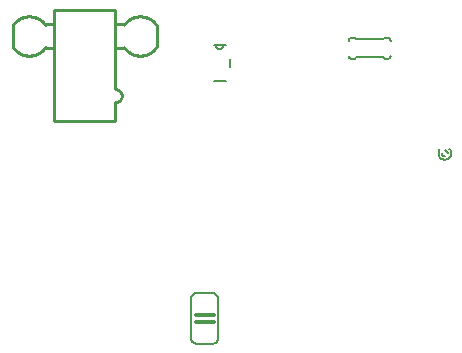
<source format=gto>
G75*
%MOIN*%
%OFA0B0*%
%FSLAX25Y25*%
%IPPOS*%
%LPD*%
%AMOC8*
5,1,8,0,0,1.08239X$1,22.5*
%
%ADD10C,0.00600*%
%ADD11C,0.01000*%
%ADD12C,0.01200*%
D10*
X0066500Y0024500D02*
X0066500Y0037500D01*
X0066502Y0037587D01*
X0066508Y0037674D01*
X0066517Y0037761D01*
X0066530Y0037847D01*
X0066547Y0037933D01*
X0066568Y0038018D01*
X0066593Y0038101D01*
X0066621Y0038184D01*
X0066652Y0038265D01*
X0066687Y0038345D01*
X0066726Y0038423D01*
X0066768Y0038500D01*
X0066813Y0038575D01*
X0066862Y0038647D01*
X0066913Y0038718D01*
X0066968Y0038786D01*
X0067025Y0038851D01*
X0067086Y0038914D01*
X0067149Y0038975D01*
X0067214Y0039032D01*
X0067282Y0039087D01*
X0067353Y0039138D01*
X0067425Y0039187D01*
X0067500Y0039232D01*
X0067577Y0039274D01*
X0067655Y0039313D01*
X0067735Y0039348D01*
X0067816Y0039379D01*
X0067899Y0039407D01*
X0067982Y0039432D01*
X0068067Y0039453D01*
X0068153Y0039470D01*
X0068239Y0039483D01*
X0068326Y0039492D01*
X0068413Y0039498D01*
X0068500Y0039500D01*
X0073500Y0039500D01*
X0073587Y0039498D01*
X0073674Y0039492D01*
X0073761Y0039483D01*
X0073847Y0039470D01*
X0073933Y0039453D01*
X0074018Y0039432D01*
X0074101Y0039407D01*
X0074184Y0039379D01*
X0074265Y0039348D01*
X0074345Y0039313D01*
X0074423Y0039274D01*
X0074500Y0039232D01*
X0074575Y0039187D01*
X0074647Y0039138D01*
X0074718Y0039087D01*
X0074786Y0039032D01*
X0074851Y0038975D01*
X0074914Y0038914D01*
X0074975Y0038851D01*
X0075032Y0038786D01*
X0075087Y0038718D01*
X0075138Y0038647D01*
X0075187Y0038575D01*
X0075232Y0038500D01*
X0075274Y0038423D01*
X0075313Y0038345D01*
X0075348Y0038265D01*
X0075379Y0038184D01*
X0075407Y0038101D01*
X0075432Y0038018D01*
X0075453Y0037933D01*
X0075470Y0037847D01*
X0075483Y0037761D01*
X0075492Y0037674D01*
X0075498Y0037587D01*
X0075500Y0037500D01*
X0075500Y0024500D01*
X0075498Y0024413D01*
X0075492Y0024326D01*
X0075483Y0024239D01*
X0075470Y0024153D01*
X0075453Y0024067D01*
X0075432Y0023982D01*
X0075407Y0023899D01*
X0075379Y0023816D01*
X0075348Y0023735D01*
X0075313Y0023655D01*
X0075274Y0023577D01*
X0075232Y0023500D01*
X0075187Y0023425D01*
X0075138Y0023353D01*
X0075087Y0023282D01*
X0075032Y0023214D01*
X0074975Y0023149D01*
X0074914Y0023086D01*
X0074851Y0023025D01*
X0074786Y0022968D01*
X0074718Y0022913D01*
X0074647Y0022862D01*
X0074575Y0022813D01*
X0074500Y0022768D01*
X0074423Y0022726D01*
X0074345Y0022687D01*
X0074265Y0022652D01*
X0074184Y0022621D01*
X0074101Y0022593D01*
X0074018Y0022568D01*
X0073933Y0022547D01*
X0073847Y0022530D01*
X0073761Y0022517D01*
X0073674Y0022508D01*
X0073587Y0022502D01*
X0073500Y0022500D01*
X0068500Y0022500D01*
X0068413Y0022502D01*
X0068326Y0022508D01*
X0068239Y0022517D01*
X0068153Y0022530D01*
X0068067Y0022547D01*
X0067982Y0022568D01*
X0067899Y0022593D01*
X0067816Y0022621D01*
X0067735Y0022652D01*
X0067655Y0022687D01*
X0067577Y0022726D01*
X0067500Y0022768D01*
X0067425Y0022813D01*
X0067353Y0022862D01*
X0067282Y0022913D01*
X0067214Y0022968D01*
X0067149Y0023025D01*
X0067086Y0023086D01*
X0067025Y0023149D01*
X0066968Y0023214D01*
X0066913Y0023282D01*
X0066862Y0023353D01*
X0066813Y0023425D01*
X0066768Y0023500D01*
X0066726Y0023577D01*
X0066687Y0023655D01*
X0066652Y0023735D01*
X0066621Y0023816D01*
X0066593Y0023899D01*
X0066568Y0023982D01*
X0066547Y0024067D01*
X0066530Y0024153D01*
X0066517Y0024239D01*
X0066508Y0024326D01*
X0066502Y0024413D01*
X0066500Y0024500D01*
X0149000Y0085000D02*
X0149000Y0087000D01*
X0149500Y0087500D01*
X0149500Y0084500D02*
X0149565Y0084438D01*
X0149633Y0084378D01*
X0149703Y0084322D01*
X0149775Y0084268D01*
X0149850Y0084218D01*
X0149927Y0084171D01*
X0150005Y0084127D01*
X0150086Y0084086D01*
X0150168Y0084049D01*
X0150251Y0084016D01*
X0150336Y0083986D01*
X0150422Y0083959D01*
X0150509Y0083937D01*
X0150597Y0083918D01*
X0150686Y0083902D01*
X0150775Y0083891D01*
X0150865Y0083883D01*
X0150955Y0083879D01*
X0151045Y0083879D01*
X0151135Y0083883D01*
X0151225Y0083891D01*
X0151314Y0083902D01*
X0151403Y0083918D01*
X0151491Y0083937D01*
X0151578Y0083959D01*
X0151664Y0083986D01*
X0151749Y0084016D01*
X0151832Y0084049D01*
X0151914Y0084086D01*
X0151995Y0084127D01*
X0152073Y0084171D01*
X0152150Y0084218D01*
X0152225Y0084268D01*
X0152297Y0084322D01*
X0152367Y0084378D01*
X0152435Y0084438D01*
X0152500Y0084500D01*
X0153000Y0085000D01*
X0153000Y0087000D01*
X0152500Y0087500D01*
X0152000Y0086000D02*
X0151998Y0086060D01*
X0151993Y0086121D01*
X0151984Y0086180D01*
X0151971Y0086239D01*
X0151955Y0086298D01*
X0151935Y0086355D01*
X0151912Y0086410D01*
X0151885Y0086465D01*
X0151856Y0086517D01*
X0151823Y0086568D01*
X0151787Y0086617D01*
X0151749Y0086663D01*
X0151707Y0086707D01*
X0151663Y0086749D01*
X0151617Y0086787D01*
X0151568Y0086823D01*
X0151517Y0086856D01*
X0151465Y0086885D01*
X0151410Y0086912D01*
X0151355Y0086935D01*
X0151298Y0086955D01*
X0151239Y0086971D01*
X0151180Y0086984D01*
X0151121Y0086993D01*
X0151060Y0086998D01*
X0151000Y0087000D01*
X0150000Y0086000D02*
X0150002Y0085940D01*
X0150007Y0085879D01*
X0150016Y0085820D01*
X0150029Y0085761D01*
X0150045Y0085702D01*
X0150065Y0085645D01*
X0150088Y0085590D01*
X0150115Y0085535D01*
X0150144Y0085483D01*
X0150177Y0085432D01*
X0150213Y0085383D01*
X0150251Y0085337D01*
X0150293Y0085293D01*
X0150337Y0085251D01*
X0150383Y0085213D01*
X0150432Y0085177D01*
X0150483Y0085144D01*
X0150535Y0085115D01*
X0150590Y0085088D01*
X0150645Y0085065D01*
X0150702Y0085045D01*
X0150761Y0085029D01*
X0150820Y0085016D01*
X0150879Y0085007D01*
X0150940Y0085002D01*
X0151000Y0085000D01*
X0149500Y0084500D02*
X0149000Y0085000D01*
X0132000Y0117500D02*
X0131000Y0117500D01*
X0130500Y0118000D01*
X0121500Y0118000D01*
X0121000Y0117500D01*
X0120000Y0117500D01*
X0119940Y0117502D01*
X0119879Y0117507D01*
X0119820Y0117516D01*
X0119761Y0117529D01*
X0119702Y0117545D01*
X0119645Y0117565D01*
X0119590Y0117588D01*
X0119535Y0117615D01*
X0119483Y0117644D01*
X0119432Y0117677D01*
X0119383Y0117713D01*
X0119337Y0117751D01*
X0119293Y0117793D01*
X0119251Y0117837D01*
X0119213Y0117883D01*
X0119177Y0117932D01*
X0119144Y0117983D01*
X0119115Y0118035D01*
X0119088Y0118090D01*
X0119065Y0118145D01*
X0119045Y0118202D01*
X0119029Y0118261D01*
X0119016Y0118320D01*
X0119007Y0118379D01*
X0119002Y0118440D01*
X0119000Y0118500D01*
X0119000Y0123500D02*
X0119002Y0123560D01*
X0119007Y0123621D01*
X0119016Y0123680D01*
X0119029Y0123739D01*
X0119045Y0123798D01*
X0119065Y0123855D01*
X0119088Y0123910D01*
X0119115Y0123965D01*
X0119144Y0124017D01*
X0119177Y0124068D01*
X0119213Y0124117D01*
X0119251Y0124163D01*
X0119293Y0124207D01*
X0119337Y0124249D01*
X0119383Y0124287D01*
X0119432Y0124323D01*
X0119483Y0124356D01*
X0119535Y0124385D01*
X0119590Y0124412D01*
X0119645Y0124435D01*
X0119702Y0124455D01*
X0119761Y0124471D01*
X0119820Y0124484D01*
X0119879Y0124493D01*
X0119940Y0124498D01*
X0120000Y0124500D01*
X0121000Y0124500D01*
X0121500Y0124000D01*
X0130500Y0124000D01*
X0131000Y0124500D01*
X0132000Y0124500D01*
X0132060Y0124498D01*
X0132121Y0124493D01*
X0132180Y0124484D01*
X0132239Y0124471D01*
X0132298Y0124455D01*
X0132355Y0124435D01*
X0132410Y0124412D01*
X0132465Y0124385D01*
X0132517Y0124356D01*
X0132568Y0124323D01*
X0132617Y0124287D01*
X0132663Y0124249D01*
X0132707Y0124207D01*
X0132749Y0124163D01*
X0132787Y0124117D01*
X0132823Y0124068D01*
X0132856Y0124017D01*
X0132885Y0123965D01*
X0132912Y0123910D01*
X0132935Y0123855D01*
X0132955Y0123798D01*
X0132971Y0123739D01*
X0132984Y0123680D01*
X0132993Y0123621D01*
X0132998Y0123560D01*
X0133000Y0123500D01*
X0133000Y0118500D02*
X0132998Y0118440D01*
X0132993Y0118379D01*
X0132984Y0118320D01*
X0132971Y0118261D01*
X0132955Y0118202D01*
X0132935Y0118145D01*
X0132912Y0118090D01*
X0132885Y0118035D01*
X0132856Y0117983D01*
X0132823Y0117932D01*
X0132787Y0117883D01*
X0132749Y0117837D01*
X0132707Y0117793D01*
X0132663Y0117751D01*
X0132617Y0117713D01*
X0132568Y0117677D01*
X0132517Y0117644D01*
X0132465Y0117615D01*
X0132410Y0117588D01*
X0132355Y0117565D01*
X0132298Y0117545D01*
X0132239Y0117529D01*
X0132180Y0117516D01*
X0132121Y0117507D01*
X0132060Y0117502D01*
X0132000Y0117500D01*
X0079400Y0117300D02*
X0079400Y0114700D01*
X0078000Y0110000D02*
X0074000Y0110000D01*
X0074000Y0122000D02*
X0074800Y0122000D01*
X0077200Y0122000D01*
X0078000Y0122000D01*
X0077200Y0122000D02*
X0077198Y0121931D01*
X0077192Y0121863D01*
X0077182Y0121795D01*
X0077169Y0121728D01*
X0077151Y0121662D01*
X0077130Y0121597D01*
X0077105Y0121533D01*
X0077077Y0121471D01*
X0077045Y0121410D01*
X0077010Y0121351D01*
X0076971Y0121295D01*
X0076929Y0121240D01*
X0076884Y0121189D01*
X0076836Y0121139D01*
X0076786Y0121093D01*
X0076733Y0121050D01*
X0076677Y0121009D01*
X0076620Y0120972D01*
X0076560Y0120939D01*
X0076498Y0120908D01*
X0076435Y0120882D01*
X0076371Y0120859D01*
X0076305Y0120839D01*
X0076238Y0120824D01*
X0076171Y0120812D01*
X0076103Y0120804D01*
X0076034Y0120800D01*
X0075966Y0120800D01*
X0075897Y0120804D01*
X0075829Y0120812D01*
X0075762Y0120824D01*
X0075695Y0120839D01*
X0075629Y0120859D01*
X0075565Y0120882D01*
X0075502Y0120908D01*
X0075440Y0120939D01*
X0075380Y0120972D01*
X0075323Y0121009D01*
X0075267Y0121050D01*
X0075214Y0121093D01*
X0075164Y0121139D01*
X0075116Y0121189D01*
X0075071Y0121240D01*
X0075029Y0121295D01*
X0074990Y0121351D01*
X0074955Y0121410D01*
X0074923Y0121471D01*
X0074895Y0121533D01*
X0074870Y0121597D01*
X0074849Y0121662D01*
X0074831Y0121728D01*
X0074818Y0121795D01*
X0074808Y0121863D01*
X0074802Y0121931D01*
X0074800Y0122000D01*
D11*
X0055016Y0121512D02*
X0055016Y0128598D01*
X0055015Y0128598D02*
X0054927Y0128731D01*
X0054836Y0128862D01*
X0054742Y0128991D01*
X0054644Y0129118D01*
X0054544Y0129242D01*
X0054440Y0129363D01*
X0054334Y0129482D01*
X0054224Y0129599D01*
X0054112Y0129713D01*
X0053997Y0129824D01*
X0053880Y0129932D01*
X0053760Y0130037D01*
X0053637Y0130139D01*
X0053512Y0130238D01*
X0053384Y0130334D01*
X0053254Y0130427D01*
X0053122Y0130517D01*
X0052988Y0130604D01*
X0052852Y0130687D01*
X0052713Y0130767D01*
X0052573Y0130844D01*
X0052431Y0130917D01*
X0052288Y0130986D01*
X0052142Y0131052D01*
X0051995Y0131115D01*
X0051847Y0131174D01*
X0051697Y0131229D01*
X0051546Y0131281D01*
X0051393Y0131329D01*
X0051240Y0131373D01*
X0051085Y0131413D01*
X0050930Y0131450D01*
X0050774Y0131483D01*
X0050617Y0131512D01*
X0050459Y0131537D01*
X0050301Y0131558D01*
X0050142Y0131576D01*
X0049983Y0131589D01*
X0049823Y0131599D01*
X0049664Y0131605D01*
X0049504Y0131607D01*
X0049344Y0131605D01*
X0049185Y0131599D01*
X0049025Y0131589D01*
X0048866Y0131576D01*
X0048707Y0131558D01*
X0048549Y0131537D01*
X0048391Y0131512D01*
X0048234Y0131483D01*
X0048078Y0131450D01*
X0047923Y0131413D01*
X0047768Y0131373D01*
X0047615Y0131329D01*
X0047462Y0131281D01*
X0047311Y0131229D01*
X0047161Y0131174D01*
X0047013Y0131115D01*
X0046866Y0131052D01*
X0046720Y0130986D01*
X0046577Y0130917D01*
X0046435Y0130844D01*
X0046295Y0130767D01*
X0046156Y0130687D01*
X0046020Y0130604D01*
X0045886Y0130517D01*
X0045754Y0130427D01*
X0045624Y0130334D01*
X0045496Y0130238D01*
X0045371Y0130139D01*
X0045248Y0130037D01*
X0045128Y0129932D01*
X0045011Y0129824D01*
X0044896Y0129713D01*
X0044784Y0129599D01*
X0044674Y0129482D01*
X0044568Y0129363D01*
X0044464Y0129242D01*
X0044364Y0129118D01*
X0044266Y0128991D01*
X0044172Y0128862D01*
X0044081Y0128731D01*
X0043993Y0128598D01*
X0044386Y0128992D02*
X0041630Y0128992D01*
X0041236Y0133717D02*
X0041236Y0107339D01*
X0041236Y0107338D02*
X0041328Y0107336D01*
X0041420Y0107330D01*
X0041511Y0107320D01*
X0041602Y0107307D01*
X0041692Y0107289D01*
X0041782Y0107268D01*
X0041870Y0107243D01*
X0041957Y0107214D01*
X0042043Y0107182D01*
X0042128Y0107146D01*
X0042211Y0107106D01*
X0042292Y0107063D01*
X0042371Y0107017D01*
X0042448Y0106967D01*
X0042523Y0106914D01*
X0042596Y0106857D01*
X0042666Y0106798D01*
X0042734Y0106736D01*
X0042799Y0106671D01*
X0042861Y0106603D01*
X0042920Y0106533D01*
X0042977Y0106460D01*
X0043030Y0106385D01*
X0043080Y0106308D01*
X0043126Y0106229D01*
X0043169Y0106148D01*
X0043209Y0106065D01*
X0043245Y0105980D01*
X0043277Y0105894D01*
X0043306Y0105807D01*
X0043331Y0105719D01*
X0043352Y0105629D01*
X0043370Y0105539D01*
X0043383Y0105448D01*
X0043393Y0105357D01*
X0043399Y0105265D01*
X0043401Y0105173D01*
X0043399Y0105081D01*
X0043393Y0104989D01*
X0043383Y0104898D01*
X0043370Y0104807D01*
X0043352Y0104717D01*
X0043331Y0104627D01*
X0043306Y0104539D01*
X0043277Y0104452D01*
X0043245Y0104366D01*
X0043209Y0104281D01*
X0043169Y0104198D01*
X0043126Y0104117D01*
X0043080Y0104038D01*
X0043030Y0103961D01*
X0042977Y0103886D01*
X0042920Y0103813D01*
X0042861Y0103743D01*
X0042799Y0103675D01*
X0042734Y0103610D01*
X0042666Y0103548D01*
X0042596Y0103489D01*
X0042523Y0103432D01*
X0042448Y0103379D01*
X0042371Y0103329D01*
X0042292Y0103283D01*
X0042211Y0103240D01*
X0042128Y0103200D01*
X0042043Y0103164D01*
X0041957Y0103132D01*
X0041870Y0103103D01*
X0041782Y0103078D01*
X0041692Y0103057D01*
X0041602Y0103039D01*
X0041511Y0103026D01*
X0041420Y0103016D01*
X0041328Y0103010D01*
X0041236Y0103008D01*
X0041236Y0096709D01*
X0020764Y0096709D01*
X0020764Y0133717D01*
X0041236Y0133717D01*
X0043993Y0121512D02*
X0044081Y0121379D01*
X0044172Y0121248D01*
X0044266Y0121119D01*
X0044364Y0120992D01*
X0044464Y0120868D01*
X0044568Y0120747D01*
X0044674Y0120628D01*
X0044784Y0120511D01*
X0044896Y0120397D01*
X0045011Y0120286D01*
X0045128Y0120178D01*
X0045248Y0120073D01*
X0045371Y0119971D01*
X0045496Y0119872D01*
X0045624Y0119776D01*
X0045754Y0119683D01*
X0045886Y0119593D01*
X0046020Y0119506D01*
X0046156Y0119423D01*
X0046295Y0119343D01*
X0046435Y0119266D01*
X0046577Y0119193D01*
X0046720Y0119124D01*
X0046866Y0119058D01*
X0047013Y0118995D01*
X0047161Y0118936D01*
X0047311Y0118881D01*
X0047462Y0118829D01*
X0047615Y0118781D01*
X0047768Y0118737D01*
X0047923Y0118697D01*
X0048078Y0118660D01*
X0048234Y0118627D01*
X0048391Y0118598D01*
X0048549Y0118573D01*
X0048707Y0118552D01*
X0048866Y0118534D01*
X0049025Y0118521D01*
X0049185Y0118511D01*
X0049344Y0118505D01*
X0049504Y0118503D01*
X0049664Y0118505D01*
X0049823Y0118511D01*
X0049983Y0118521D01*
X0050142Y0118534D01*
X0050301Y0118552D01*
X0050459Y0118573D01*
X0050617Y0118598D01*
X0050774Y0118627D01*
X0050930Y0118660D01*
X0051085Y0118697D01*
X0051240Y0118737D01*
X0051393Y0118781D01*
X0051546Y0118829D01*
X0051697Y0118881D01*
X0051847Y0118936D01*
X0051995Y0118995D01*
X0052142Y0119058D01*
X0052288Y0119124D01*
X0052431Y0119193D01*
X0052573Y0119266D01*
X0052713Y0119343D01*
X0052852Y0119423D01*
X0052988Y0119506D01*
X0053122Y0119593D01*
X0053254Y0119683D01*
X0053384Y0119776D01*
X0053512Y0119872D01*
X0053637Y0119971D01*
X0053760Y0120073D01*
X0053880Y0120178D01*
X0053997Y0120286D01*
X0054112Y0120397D01*
X0054224Y0120511D01*
X0054334Y0120628D01*
X0054440Y0120747D01*
X0054544Y0120868D01*
X0054644Y0120992D01*
X0054742Y0121119D01*
X0054836Y0121248D01*
X0054927Y0121379D01*
X0055015Y0121512D01*
X0044386Y0121118D02*
X0041630Y0121118D01*
X0020370Y0121118D02*
X0017614Y0121118D01*
X0018007Y0128598D02*
X0017919Y0128731D01*
X0017828Y0128862D01*
X0017734Y0128991D01*
X0017636Y0129118D01*
X0017536Y0129242D01*
X0017432Y0129363D01*
X0017326Y0129482D01*
X0017216Y0129599D01*
X0017104Y0129713D01*
X0016989Y0129824D01*
X0016872Y0129932D01*
X0016752Y0130037D01*
X0016629Y0130139D01*
X0016504Y0130238D01*
X0016376Y0130334D01*
X0016246Y0130427D01*
X0016114Y0130517D01*
X0015980Y0130604D01*
X0015844Y0130687D01*
X0015705Y0130767D01*
X0015565Y0130844D01*
X0015423Y0130917D01*
X0015280Y0130986D01*
X0015134Y0131052D01*
X0014987Y0131115D01*
X0014839Y0131174D01*
X0014689Y0131229D01*
X0014538Y0131281D01*
X0014385Y0131329D01*
X0014232Y0131373D01*
X0014077Y0131413D01*
X0013922Y0131450D01*
X0013766Y0131483D01*
X0013609Y0131512D01*
X0013451Y0131537D01*
X0013293Y0131558D01*
X0013134Y0131576D01*
X0012975Y0131589D01*
X0012815Y0131599D01*
X0012656Y0131605D01*
X0012496Y0131607D01*
X0012336Y0131605D01*
X0012177Y0131599D01*
X0012017Y0131589D01*
X0011858Y0131576D01*
X0011699Y0131558D01*
X0011541Y0131537D01*
X0011383Y0131512D01*
X0011226Y0131483D01*
X0011070Y0131450D01*
X0010915Y0131413D01*
X0010760Y0131373D01*
X0010607Y0131329D01*
X0010454Y0131281D01*
X0010303Y0131229D01*
X0010153Y0131174D01*
X0010005Y0131115D01*
X0009858Y0131052D01*
X0009712Y0130986D01*
X0009569Y0130917D01*
X0009427Y0130844D01*
X0009287Y0130767D01*
X0009148Y0130687D01*
X0009012Y0130604D01*
X0008878Y0130517D01*
X0008746Y0130427D01*
X0008616Y0130334D01*
X0008488Y0130238D01*
X0008363Y0130139D01*
X0008240Y0130037D01*
X0008120Y0129932D01*
X0008003Y0129824D01*
X0007888Y0129713D01*
X0007776Y0129599D01*
X0007666Y0129482D01*
X0007560Y0129363D01*
X0007456Y0129242D01*
X0007356Y0129118D01*
X0007258Y0128991D01*
X0007164Y0128862D01*
X0007073Y0128731D01*
X0006985Y0128598D01*
X0006984Y0128598D02*
X0006984Y0121512D01*
X0006985Y0121512D02*
X0007073Y0121379D01*
X0007164Y0121248D01*
X0007258Y0121119D01*
X0007356Y0120992D01*
X0007456Y0120868D01*
X0007560Y0120747D01*
X0007666Y0120628D01*
X0007776Y0120511D01*
X0007888Y0120397D01*
X0008003Y0120286D01*
X0008120Y0120178D01*
X0008240Y0120073D01*
X0008363Y0119971D01*
X0008488Y0119872D01*
X0008616Y0119776D01*
X0008746Y0119683D01*
X0008878Y0119593D01*
X0009012Y0119506D01*
X0009148Y0119423D01*
X0009287Y0119343D01*
X0009427Y0119266D01*
X0009569Y0119193D01*
X0009712Y0119124D01*
X0009858Y0119058D01*
X0010005Y0118995D01*
X0010153Y0118936D01*
X0010303Y0118881D01*
X0010454Y0118829D01*
X0010607Y0118781D01*
X0010760Y0118737D01*
X0010915Y0118697D01*
X0011070Y0118660D01*
X0011226Y0118627D01*
X0011383Y0118598D01*
X0011541Y0118573D01*
X0011699Y0118552D01*
X0011858Y0118534D01*
X0012017Y0118521D01*
X0012177Y0118511D01*
X0012336Y0118505D01*
X0012496Y0118503D01*
X0012656Y0118505D01*
X0012815Y0118511D01*
X0012975Y0118521D01*
X0013134Y0118534D01*
X0013293Y0118552D01*
X0013451Y0118573D01*
X0013609Y0118598D01*
X0013766Y0118627D01*
X0013922Y0118660D01*
X0014077Y0118697D01*
X0014232Y0118737D01*
X0014385Y0118781D01*
X0014538Y0118829D01*
X0014689Y0118881D01*
X0014839Y0118936D01*
X0014987Y0118995D01*
X0015134Y0119058D01*
X0015280Y0119124D01*
X0015423Y0119193D01*
X0015565Y0119266D01*
X0015705Y0119343D01*
X0015844Y0119423D01*
X0015980Y0119506D01*
X0016114Y0119593D01*
X0016246Y0119683D01*
X0016376Y0119776D01*
X0016504Y0119872D01*
X0016629Y0119971D01*
X0016752Y0120073D01*
X0016872Y0120178D01*
X0016989Y0120286D01*
X0017104Y0120397D01*
X0017216Y0120511D01*
X0017326Y0120628D01*
X0017432Y0120747D01*
X0017536Y0120868D01*
X0017636Y0120992D01*
X0017734Y0121119D01*
X0017828Y0121248D01*
X0017919Y0121379D01*
X0018007Y0121512D01*
X0017614Y0128992D02*
X0020370Y0128992D01*
D12*
X0068000Y0032200D02*
X0074000Y0032200D01*
X0074000Y0029700D02*
X0068000Y0029700D01*
M02*

</source>
